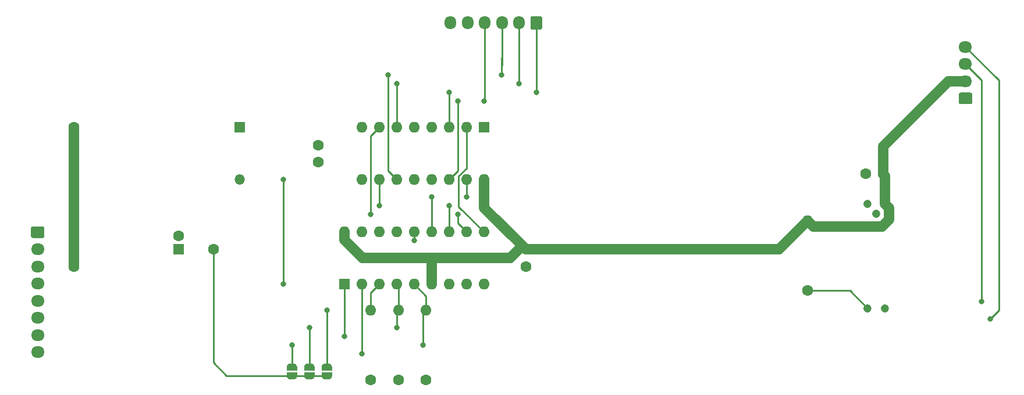
<source format=gbr>
%TF.GenerationSoftware,KiCad,Pcbnew,5.1.10-88a1d61d58~88~ubuntu20.04.1*%
%TF.CreationDate,2021-05-13T16:29:57+02:00*%
%TF.ProjectId,anna_elsa_reel_pcb,616e6e61-5f65-46c7-9361-5f7265656c5f,rev?*%
%TF.SameCoordinates,Original*%
%TF.FileFunction,Copper,L1,Top*%
%TF.FilePolarity,Positive*%
%FSLAX46Y46*%
G04 Gerber Fmt 4.6, Leading zero omitted, Abs format (unit mm)*
G04 Created by KiCad (PCBNEW 5.1.10-88a1d61d58~88~ubuntu20.04.1) date 2021-05-13 16:29:57*
%MOMM*%
%LPD*%
G01*
G04 APERTURE LIST*
%TA.AperFunction,ComponentPad*%
%ADD10O,1.500000X1.500000*%
%TD*%
%TA.AperFunction,ComponentPad*%
%ADD11R,1.500000X1.500000*%
%TD*%
%TA.AperFunction,ComponentPad*%
%ADD12C,1.600000*%
%TD*%
%TA.AperFunction,ComponentPad*%
%ADD13R,1.600000X1.600000*%
%TD*%
%TA.AperFunction,SMDPad,CuDef*%
%ADD14C,0.100000*%
%TD*%
%TA.AperFunction,ComponentPad*%
%ADD15O,1.600000X1.600000*%
%TD*%
%TA.AperFunction,ComponentPad*%
%ADD16C,1.206500*%
%TD*%
%TA.AperFunction,ComponentPad*%
%ADD17O,1.950000X1.700000*%
%TD*%
%TA.AperFunction,ComponentPad*%
%ADD18O,1.700000X1.950000*%
%TD*%
%TA.AperFunction,ViaPad*%
%ADD19C,0.800000*%
%TD*%
%TA.AperFunction,ViaPad*%
%ADD20C,1.600000*%
%TD*%
%TA.AperFunction,Conductor*%
%ADD21C,0.250000*%
%TD*%
%TA.AperFunction,Conductor*%
%ADD22C,1.500000*%
%TD*%
G04 APERTURE END LIST*
D10*
%TO.P,D1,2*%
%TO.N,GND*%
X86360000Y-69850000D03*
D11*
%TO.P,D1,1*%
%TO.N,+24V*%
X86360000Y-62230000D03*
%TD*%
D12*
%TO.P,C3,2*%
%TO.N,GND*%
X77470000Y-78010000D03*
D13*
%TO.P,C3,1*%
%TO.N,+5V*%
X77470000Y-80010000D03*
%TD*%
D12*
%TO.P,C4,2*%
%TO.N,GND*%
X97790000Y-67310000D03*
%TO.P,C4,1*%
%TO.N,+24V*%
X97790000Y-64810000D03*
%TD*%
%TA.AperFunction,SMDPad,CuDef*%
D14*
%TO.P,JP3,2*%
%TO.N,Net-(JP3-Pad2)*%
G36*
X93230602Y-97140000D02*
G01*
X93230602Y-97115466D01*
X93235412Y-97066635D01*
X93244984Y-97018510D01*
X93259228Y-96971555D01*
X93278005Y-96926222D01*
X93301136Y-96882949D01*
X93328396Y-96842150D01*
X93359524Y-96804221D01*
X93394221Y-96769524D01*
X93432150Y-96738396D01*
X93472949Y-96711136D01*
X93516222Y-96688005D01*
X93561555Y-96669228D01*
X93608510Y-96654984D01*
X93656635Y-96645412D01*
X93705466Y-96640602D01*
X93730000Y-96640602D01*
X93730000Y-96640000D01*
X94230000Y-96640000D01*
X94230000Y-96640602D01*
X94254534Y-96640602D01*
X94303365Y-96645412D01*
X94351490Y-96654984D01*
X94398445Y-96669228D01*
X94443778Y-96688005D01*
X94487051Y-96711136D01*
X94527850Y-96738396D01*
X94565779Y-96769524D01*
X94600476Y-96804221D01*
X94631604Y-96842150D01*
X94658864Y-96882949D01*
X94681995Y-96926222D01*
X94700772Y-96971555D01*
X94715016Y-97018510D01*
X94724588Y-97066635D01*
X94729398Y-97115466D01*
X94729398Y-97140000D01*
X94730000Y-97140000D01*
X94730000Y-97640000D01*
X93230000Y-97640000D01*
X93230000Y-97140000D01*
X93230602Y-97140000D01*
G37*
%TD.AperFunction*%
%TA.AperFunction,SMDPad,CuDef*%
%TO.P,JP3,1*%
%TO.N,+5V*%
G36*
X94730000Y-97940000D02*
G01*
X94730000Y-98440000D01*
X94729398Y-98440000D01*
X94729398Y-98464534D01*
X94724588Y-98513365D01*
X94715016Y-98561490D01*
X94700772Y-98608445D01*
X94681995Y-98653778D01*
X94658864Y-98697051D01*
X94631604Y-98737850D01*
X94600476Y-98775779D01*
X94565779Y-98810476D01*
X94527850Y-98841604D01*
X94487051Y-98868864D01*
X94443778Y-98891995D01*
X94398445Y-98910772D01*
X94351490Y-98925016D01*
X94303365Y-98934588D01*
X94254534Y-98939398D01*
X94230000Y-98939398D01*
X94230000Y-98940000D01*
X93730000Y-98940000D01*
X93730000Y-98939398D01*
X93705466Y-98939398D01*
X93656635Y-98934588D01*
X93608510Y-98925016D01*
X93561555Y-98910772D01*
X93516222Y-98891995D01*
X93472949Y-98868864D01*
X93432150Y-98841604D01*
X93394221Y-98810476D01*
X93359524Y-98775779D01*
X93328396Y-98737850D01*
X93301136Y-98697051D01*
X93278005Y-98653778D01*
X93259228Y-98608445D01*
X93244984Y-98561490D01*
X93235412Y-98513365D01*
X93230602Y-98464534D01*
X93230602Y-98440000D01*
X93230000Y-98440000D01*
X93230000Y-97940000D01*
X94730000Y-97940000D01*
G37*
%TD.AperFunction*%
%TD*%
%TA.AperFunction,SMDPad,CuDef*%
%TO.P,JP2,2*%
%TO.N,Net-(JP2-Pad2)*%
G36*
X95770602Y-97140000D02*
G01*
X95770602Y-97115466D01*
X95775412Y-97066635D01*
X95784984Y-97018510D01*
X95799228Y-96971555D01*
X95818005Y-96926222D01*
X95841136Y-96882949D01*
X95868396Y-96842150D01*
X95899524Y-96804221D01*
X95934221Y-96769524D01*
X95972150Y-96738396D01*
X96012949Y-96711136D01*
X96056222Y-96688005D01*
X96101555Y-96669228D01*
X96148510Y-96654984D01*
X96196635Y-96645412D01*
X96245466Y-96640602D01*
X96270000Y-96640602D01*
X96270000Y-96640000D01*
X96770000Y-96640000D01*
X96770000Y-96640602D01*
X96794534Y-96640602D01*
X96843365Y-96645412D01*
X96891490Y-96654984D01*
X96938445Y-96669228D01*
X96983778Y-96688005D01*
X97027051Y-96711136D01*
X97067850Y-96738396D01*
X97105779Y-96769524D01*
X97140476Y-96804221D01*
X97171604Y-96842150D01*
X97198864Y-96882949D01*
X97221995Y-96926222D01*
X97240772Y-96971555D01*
X97255016Y-97018510D01*
X97264588Y-97066635D01*
X97269398Y-97115466D01*
X97269398Y-97140000D01*
X97270000Y-97140000D01*
X97270000Y-97640000D01*
X95770000Y-97640000D01*
X95770000Y-97140000D01*
X95770602Y-97140000D01*
G37*
%TD.AperFunction*%
%TA.AperFunction,SMDPad,CuDef*%
%TO.P,JP2,1*%
%TO.N,+5V*%
G36*
X97270000Y-97940000D02*
G01*
X97270000Y-98440000D01*
X97269398Y-98440000D01*
X97269398Y-98464534D01*
X97264588Y-98513365D01*
X97255016Y-98561490D01*
X97240772Y-98608445D01*
X97221995Y-98653778D01*
X97198864Y-98697051D01*
X97171604Y-98737850D01*
X97140476Y-98775779D01*
X97105779Y-98810476D01*
X97067850Y-98841604D01*
X97027051Y-98868864D01*
X96983778Y-98891995D01*
X96938445Y-98910772D01*
X96891490Y-98925016D01*
X96843365Y-98934588D01*
X96794534Y-98939398D01*
X96770000Y-98939398D01*
X96770000Y-98940000D01*
X96270000Y-98940000D01*
X96270000Y-98939398D01*
X96245466Y-98939398D01*
X96196635Y-98934588D01*
X96148510Y-98925016D01*
X96101555Y-98910772D01*
X96056222Y-98891995D01*
X96012949Y-98868864D01*
X95972150Y-98841604D01*
X95934221Y-98810476D01*
X95899524Y-98775779D01*
X95868396Y-98737850D01*
X95841136Y-98697051D01*
X95818005Y-98653778D01*
X95799228Y-98608445D01*
X95784984Y-98561490D01*
X95775412Y-98513365D01*
X95770602Y-98464534D01*
X95770602Y-98440000D01*
X95770000Y-98440000D01*
X95770000Y-97940000D01*
X97270000Y-97940000D01*
G37*
%TD.AperFunction*%
%TD*%
%TA.AperFunction,SMDPad,CuDef*%
%TO.P,JP1,2*%
%TO.N,Net-(JP1-Pad2)*%
G36*
X98310602Y-97140000D02*
G01*
X98310602Y-97115466D01*
X98315412Y-97066635D01*
X98324984Y-97018510D01*
X98339228Y-96971555D01*
X98358005Y-96926222D01*
X98381136Y-96882949D01*
X98408396Y-96842150D01*
X98439524Y-96804221D01*
X98474221Y-96769524D01*
X98512150Y-96738396D01*
X98552949Y-96711136D01*
X98596222Y-96688005D01*
X98641555Y-96669228D01*
X98688510Y-96654984D01*
X98736635Y-96645412D01*
X98785466Y-96640602D01*
X98810000Y-96640602D01*
X98810000Y-96640000D01*
X99310000Y-96640000D01*
X99310000Y-96640602D01*
X99334534Y-96640602D01*
X99383365Y-96645412D01*
X99431490Y-96654984D01*
X99478445Y-96669228D01*
X99523778Y-96688005D01*
X99567051Y-96711136D01*
X99607850Y-96738396D01*
X99645779Y-96769524D01*
X99680476Y-96804221D01*
X99711604Y-96842150D01*
X99738864Y-96882949D01*
X99761995Y-96926222D01*
X99780772Y-96971555D01*
X99795016Y-97018510D01*
X99804588Y-97066635D01*
X99809398Y-97115466D01*
X99809398Y-97140000D01*
X99810000Y-97140000D01*
X99810000Y-97640000D01*
X98310000Y-97640000D01*
X98310000Y-97140000D01*
X98310602Y-97140000D01*
G37*
%TD.AperFunction*%
%TA.AperFunction,SMDPad,CuDef*%
%TO.P,JP1,1*%
%TO.N,+5V*%
G36*
X99810000Y-97940000D02*
G01*
X99810000Y-98440000D01*
X99809398Y-98440000D01*
X99809398Y-98464534D01*
X99804588Y-98513365D01*
X99795016Y-98561490D01*
X99780772Y-98608445D01*
X99761995Y-98653778D01*
X99738864Y-98697051D01*
X99711604Y-98737850D01*
X99680476Y-98775779D01*
X99645779Y-98810476D01*
X99607850Y-98841604D01*
X99567051Y-98868864D01*
X99523778Y-98891995D01*
X99478445Y-98910772D01*
X99431490Y-98925016D01*
X99383365Y-98934588D01*
X99334534Y-98939398D01*
X99310000Y-98939398D01*
X99310000Y-98940000D01*
X98810000Y-98940000D01*
X98810000Y-98939398D01*
X98785466Y-98939398D01*
X98736635Y-98934588D01*
X98688510Y-98925016D01*
X98641555Y-98910772D01*
X98596222Y-98891995D01*
X98552949Y-98868864D01*
X98512150Y-98841604D01*
X98474221Y-98810476D01*
X98439524Y-98775779D01*
X98408396Y-98737850D01*
X98381136Y-98697051D01*
X98358005Y-98653778D01*
X98339228Y-98608445D01*
X98324984Y-98561490D01*
X98315412Y-98513365D01*
X98310602Y-98464534D01*
X98310602Y-98440000D01*
X98310000Y-98440000D01*
X98310000Y-97940000D01*
X99810000Y-97940000D01*
G37*
%TD.AperFunction*%
%TD*%
D15*
%TO.P,R4,2*%
%TO.N,Net-(JP3-Pad2)*%
X113510000Y-88900000D03*
D12*
%TO.P,R4,1*%
%TO.N,GND*%
X113510000Y-99060000D03*
%TD*%
D15*
%TO.P,R3,2*%
%TO.N,Net-(JP2-Pad2)*%
X109460000Y-88900000D03*
D12*
%TO.P,R3,1*%
%TO.N,GND*%
X109460000Y-99060000D03*
%TD*%
D15*
%TO.P,R2,2*%
%TO.N,Net-(JP1-Pad2)*%
X105410000Y-88900000D03*
D12*
%TO.P,R2,1*%
%TO.N,GND*%
X105410000Y-99060000D03*
%TD*%
D15*
%TO.P,U1,16*%
%TO.N,+5V*%
X121920000Y-69850000D03*
%TO.P,U1,8*%
%TO.N,+24V*%
X104140000Y-62230000D03*
%TO.P,U1,15*%
%TO.N,/M4_IN*%
X119380000Y-69850000D03*
%TO.P,U1,7*%
%TO.N,/M2_IN*%
X106680000Y-62230000D03*
%TO.P,U1,14*%
%TO.N,/M4_OUT*%
X116840000Y-69850000D03*
%TO.P,U1,6*%
%TO.N,/M2_OUT*%
X109220000Y-62230000D03*
%TO.P,U1,13*%
%TO.N,GND*%
X114300000Y-69850000D03*
%TO.P,U1,5*%
X111760000Y-62230000D03*
%TO.P,U1,12*%
X111760000Y-69850000D03*
%TO.P,U1,4*%
X114300000Y-62230000D03*
%TO.P,U1,11*%
%TO.N,/M3_OUT*%
X109220000Y-69850000D03*
%TO.P,U1,3*%
%TO.N,/M1_OUT*%
X116840000Y-62230000D03*
%TO.P,U1,10*%
%TO.N,/M3_IN*%
X106680000Y-69850000D03*
%TO.P,U1,2*%
%TO.N,/M1_IN*%
X119380000Y-62230000D03*
%TO.P,U1,9*%
%TO.N,/EN_PWM*%
X104140000Y-69850000D03*
D13*
%TO.P,U1,1*%
X121920000Y-62230000D03*
%TD*%
D12*
%TO.P,C2,2*%
%TO.N,GND*%
X177500000Y-69000000D03*
%TO.P,C2,1*%
%TO.N,+5V*%
X180000000Y-69000000D03*
%TD*%
D15*
%TO.P,R1,2*%
%TO.N,+5V*%
X169000000Y-75840000D03*
D12*
%TO.P,R1,1*%
%TO.N,Net-(R1-Pad1)*%
X169000000Y-86000000D03*
%TD*%
%TO.P,C1,2*%
%TO.N,GND*%
X128000000Y-82510000D03*
%TO.P,C1,1*%
%TO.N,+5V*%
X128000000Y-80010000D03*
%TD*%
D16*
%TO.P,U3,5*%
%TO.N,GND*%
X177730000Y-73380000D03*
%TO.P,U3,4*%
%TO.N,/PHOTOINTERRUPTER*%
X179000000Y-74850660D03*
%TO.P,U3,3*%
%TO.N,+5V*%
X180297940Y-73400320D03*
%TO.P,U3,2*%
%TO.N,GND*%
X180270000Y-88620000D03*
%TO.P,U3,1*%
%TO.N,Net-(R1-Pad1)*%
X177760480Y-88599680D03*
%TD*%
D15*
%TO.P,U2,18*%
%TO.N,+5V*%
X101600000Y-77470000D03*
%TO.P,U2,9*%
%TO.N,GND*%
X121920000Y-85090000D03*
%TO.P,U2,17*%
%TO.N,Net-(U2-Pad17)*%
X104140000Y-77470000D03*
%TO.P,U2,8*%
%TO.N,Net-(U2-Pad8)*%
X119380000Y-85090000D03*
%TO.P,U2,16*%
%TO.N,Net-(U2-Pad16)*%
X106680000Y-77470000D03*
%TO.P,U2,7*%
%TO.N,Net-(U2-Pad7)*%
X116840000Y-85090000D03*
%TO.P,U2,15*%
%TO.N,Net-(U2-Pad15)*%
X109220000Y-77470000D03*
%TO.P,U2,6*%
%TO.N,+5V*%
X114300000Y-85090000D03*
%TO.P,U2,14*%
%TO.N,/PHOTOINTERRUPTER*%
X111760000Y-77470000D03*
%TO.P,U2,5*%
%TO.N,Net-(JP3-Pad2)*%
X111760000Y-85090000D03*
%TO.P,U2,13*%
%TO.N,/M4_IN*%
X114300000Y-77470000D03*
%TO.P,U2,4*%
%TO.N,Net-(JP2-Pad2)*%
X109220000Y-85090000D03*
%TO.P,U2,12*%
%TO.N,/M3_IN*%
X116840000Y-77470000D03*
%TO.P,U2,3*%
%TO.N,Net-(JP1-Pad2)*%
X106680000Y-85090000D03*
%TO.P,U2,11*%
%TO.N,/M2_IN*%
X119380000Y-77470000D03*
%TO.P,U2,2*%
%TO.N,/SDA*%
X104140000Y-85090000D03*
%TO.P,U2,10*%
%TO.N,/M1_IN*%
X121920000Y-77470000D03*
D13*
%TO.P,U2,1*%
%TO.N,/SCL*%
X101600000Y-85090000D03*
%TD*%
D17*
%TO.P,J3,8*%
%TO.N,/SDA*%
X57000000Y-95000000D03*
%TO.P,J3,7*%
%TO.N,/SCL*%
X57000000Y-92500000D03*
%TO.P,J3,6*%
%TO.N,/LED_DIN*%
X57000000Y-90000000D03*
%TO.P,J3,5*%
%TO.N,/LED_DOUT*%
X57000000Y-87500000D03*
%TO.P,J3,4*%
%TO.N,/EN_PWM*%
X57000000Y-85000000D03*
%TO.P,J3,3*%
%TO.N,+24V*%
X57000000Y-82500000D03*
%TO.P,J3,2*%
%TO.N,+5V*%
X57000000Y-80000000D03*
%TO.P,J3,1*%
%TO.N,GND*%
%TA.AperFunction,ComponentPad*%
G36*
G01*
X56275000Y-76650000D02*
X57725000Y-76650000D01*
G75*
G02*
X57975000Y-76900000I0J-250000D01*
G01*
X57975000Y-78100000D01*
G75*
G02*
X57725000Y-78350000I-250000J0D01*
G01*
X56275000Y-78350000D01*
G75*
G02*
X56025000Y-78100000I0J250000D01*
G01*
X56025000Y-76900000D01*
G75*
G02*
X56275000Y-76650000I250000J0D01*
G01*
G37*
%TD.AperFunction*%
%TD*%
D18*
%TO.P,J2,6*%
%TO.N,Net-(J2-Pad6)*%
X117040000Y-47000000D03*
%TO.P,J2,5*%
%TO.N,Net-(J2-Pad5)*%
X119540000Y-47000000D03*
%TO.P,J2,4*%
%TO.N,/M4_OUT*%
X122040000Y-47000000D03*
%TO.P,J2,3*%
%TO.N,/M3_OUT*%
X124540000Y-47000000D03*
%TO.P,J2,2*%
%TO.N,/M2_OUT*%
X127040000Y-47000000D03*
%TO.P,J2,1*%
%TO.N,/M1_OUT*%
%TA.AperFunction,ComponentPad*%
G36*
G01*
X130390000Y-46275000D02*
X130390000Y-47725000D01*
G75*
G02*
X130140000Y-47975000I-250000J0D01*
G01*
X128940000Y-47975000D01*
G75*
G02*
X128690000Y-47725000I0J250000D01*
G01*
X128690000Y-46275000D01*
G75*
G02*
X128940000Y-46025000I250000J0D01*
G01*
X130140000Y-46025000D01*
G75*
G02*
X130390000Y-46275000I0J-250000D01*
G01*
G37*
%TD.AperFunction*%
%TD*%
D17*
%TO.P,J1,4*%
%TO.N,/LED_DIN*%
X192000000Y-50500000D03*
%TO.P,J1,3*%
%TO.N,/LED_DOUT*%
X192000000Y-53000000D03*
%TO.P,J1,2*%
%TO.N,+5V*%
X192000000Y-55500000D03*
%TO.P,J1,1*%
%TO.N,GND*%
%TA.AperFunction,ComponentPad*%
G36*
G01*
X192725000Y-58850000D02*
X191275000Y-58850000D01*
G75*
G02*
X191025000Y-58600000I0J250000D01*
G01*
X191025000Y-57400000D01*
G75*
G02*
X191275000Y-57150000I250000J0D01*
G01*
X192725000Y-57150000D01*
G75*
G02*
X192975000Y-57400000I0J-250000D01*
G01*
X192975000Y-58600000D01*
G75*
G02*
X192725000Y-58850000I-250000J0D01*
G01*
G37*
%TD.AperFunction*%
%TD*%
D19*
%TO.N,/LED_DIN*%
X195580000Y-90170000D03*
%TO.N,/LED_DOUT*%
X194310000Y-87630000D03*
D20*
%TO.N,+5V*%
X82550000Y-80010000D03*
D19*
%TO.N,/M4_OUT*%
X121920000Y-58420000D03*
X118110000Y-58420000D03*
%TO.N,/M3_OUT*%
X107950000Y-54610000D03*
X124460000Y-54610000D03*
%TO.N,/M2_OUT*%
X109220000Y-55880000D03*
X127000000Y-55880000D03*
%TO.N,/M1_OUT*%
X129540000Y-57150000D03*
X116840000Y-57150000D03*
%TO.N,/EN_PWM*%
X92710000Y-85090000D03*
X92710000Y-69850000D03*
D20*
%TO.N,+24V*%
X62230000Y-62230000D03*
X62230000Y-82550000D03*
D19*
%TO.N,/PHOTOINTERRUPTER*%
X111760000Y-78740000D03*
%TO.N,/M4_IN*%
X119380000Y-72390000D03*
X114300000Y-72390000D03*
%TO.N,/M2_IN*%
X105410000Y-74930000D03*
X118110000Y-74930000D03*
%TO.N,/M3_IN*%
X106680000Y-73660000D03*
X116840000Y-73660000D03*
%TO.N,/SDA*%
X104140000Y-95250000D03*
%TO.N,/SCL*%
X101600000Y-92710000D03*
%TO.N,Net-(JP1-Pad2)*%
X99060000Y-88900000D03*
%TO.N,Net-(JP2-Pad2)*%
X96520000Y-91440000D03*
X109220000Y-91440000D03*
%TO.N,Net-(JP3-Pad2)*%
X93980000Y-93980000D03*
X113030000Y-93980000D03*
%TD*%
D21*
%TO.N,/LED_DIN*%
X195580000Y-90170000D02*
X196850000Y-88900000D01*
X196850000Y-55350000D02*
X192000000Y-50500000D01*
X196850000Y-88900000D02*
X196850000Y-55350000D01*
%TO.N,/LED_DOUT*%
X194310000Y-55310000D02*
X192000000Y-53000000D01*
X194310000Y-87630000D02*
X194310000Y-55310000D01*
D22*
%TO.N,+5V*%
X180000000Y-65025000D02*
X180000000Y-69000000D01*
X189525000Y-55500000D02*
X180000000Y-65025000D01*
X192000000Y-55500000D02*
X189525000Y-55500000D01*
X121920000Y-69850000D02*
X121920000Y-73930000D01*
X101600000Y-78601370D02*
X104278630Y-81280000D01*
X101600000Y-77470000D02*
X101600000Y-78601370D01*
X125730000Y-81280000D02*
X127500000Y-79510000D01*
X127500000Y-79510000D02*
X128000000Y-80010000D01*
X121920000Y-73930000D02*
X127500000Y-79510000D01*
X114300000Y-85090000D02*
X114300000Y-81280000D01*
X114300000Y-81280000D02*
X125730000Y-81280000D01*
X104278630Y-81280000D02*
X114300000Y-81280000D01*
X180297940Y-69297940D02*
X180000000Y-69000000D01*
X180297940Y-73400320D02*
X180297940Y-69297940D01*
X164830000Y-80010000D02*
X169000000Y-75840000D01*
X128000000Y-80010000D02*
X164830000Y-80010000D01*
X180901189Y-74003569D02*
X180297940Y-73400320D01*
X180901189Y-75692283D02*
X180901189Y-74003569D01*
X179889561Y-76703911D02*
X180901189Y-75692283D01*
X169863911Y-76703911D02*
X179889561Y-76703911D01*
X169000000Y-75840000D02*
X169863911Y-76703911D01*
D21*
X84470000Y-98440000D02*
X99060000Y-98440000D01*
X82550000Y-96520000D02*
X84470000Y-98440000D01*
X82550000Y-80010000D02*
X82550000Y-96520000D01*
%TO.N,/M4_OUT*%
X122040000Y-47000000D02*
X122040000Y-58300000D01*
X122040000Y-58300000D02*
X121920000Y-58420000D01*
X118110000Y-68580000D02*
X116840000Y-69850000D01*
X118110000Y-58420000D02*
X118110000Y-68580000D01*
%TO.N,/M3_OUT*%
X124540000Y-53260000D02*
X124460000Y-53340000D01*
X124540000Y-47000000D02*
X124540000Y-53260000D01*
X107950000Y-68580000D02*
X107950000Y-54610000D01*
X109220000Y-69850000D02*
X107950000Y-68580000D01*
X124460000Y-54610000D02*
X124460000Y-53340000D01*
X124460000Y-53340000D02*
X124460000Y-52070000D01*
%TO.N,/M2_OUT*%
X109220000Y-62230000D02*
X109220000Y-55880000D01*
X127000000Y-47040000D02*
X127040000Y-47000000D01*
X127000000Y-55880000D02*
X127000000Y-47040000D01*
%TO.N,/M1_OUT*%
X129540000Y-47000000D02*
X129540000Y-57150000D01*
X116840000Y-57150000D02*
X116840000Y-62230000D01*
%TO.N,/EN_PWM*%
X92710000Y-85090000D02*
X92710000Y-69850000D01*
D22*
%TO.N,+24V*%
X62230000Y-62230000D02*
X62230000Y-82550000D01*
D21*
%TO.N,/PHOTOINTERRUPTER*%
X111760000Y-77470000D02*
X111760000Y-78740000D01*
%TO.N,/M4_IN*%
X119380000Y-69850000D02*
X119380000Y-72390000D01*
X114300000Y-72390000D02*
X114300000Y-77470000D01*
%TO.N,/M2_IN*%
X105410000Y-63500000D02*
X105410000Y-74930000D01*
X106680000Y-62230000D02*
X105410000Y-63500000D01*
X118110000Y-76200000D02*
X119380000Y-77470000D01*
X118110000Y-74930000D02*
X118110000Y-76200000D01*
%TO.N,/M3_IN*%
X106680000Y-69850000D02*
X106680000Y-73660000D01*
X116840000Y-73660000D02*
X116840000Y-77470000D01*
%TO.N,/M1_IN*%
X118254999Y-69309999D02*
X118254999Y-73804999D01*
X118254999Y-73804999D02*
X121920000Y-77470000D01*
X119380000Y-68184998D02*
X118254999Y-69309999D01*
X119380000Y-62230000D02*
X119380000Y-68184998D01*
%TO.N,/SDA*%
X104140000Y-95250000D02*
X104140000Y-85090000D01*
%TO.N,/SCL*%
X101600000Y-92710000D02*
X101600000Y-85090000D01*
%TO.N,Net-(R1-Pad1)*%
X175160800Y-86000000D02*
X177760480Y-88599680D01*
X169000000Y-86000000D02*
X175160800Y-86000000D01*
%TO.N,Net-(JP1-Pad2)*%
X105410000Y-86360000D02*
X106680000Y-85090000D01*
X105410000Y-88900000D02*
X105410000Y-86360000D01*
X99060000Y-97140000D02*
X99060000Y-88900000D01*
%TO.N,Net-(JP2-Pad2)*%
X109460000Y-85330000D02*
X109220000Y-85090000D01*
X109460000Y-88900000D02*
X109460000Y-85330000D01*
X96520000Y-97140000D02*
X96520000Y-91440000D01*
X109220000Y-89140000D02*
X109460000Y-88900000D01*
X109220000Y-91440000D02*
X109220000Y-89140000D01*
%TO.N,Net-(JP3-Pad2)*%
X113510000Y-86840000D02*
X111760000Y-85090000D01*
X113510000Y-88900000D02*
X113510000Y-86840000D01*
X93980000Y-97140000D02*
X93980000Y-93980000D01*
X113030000Y-89380000D02*
X113510000Y-88900000D01*
X113030000Y-93980000D02*
X113030000Y-89380000D01*
%TD*%
M02*

</source>
